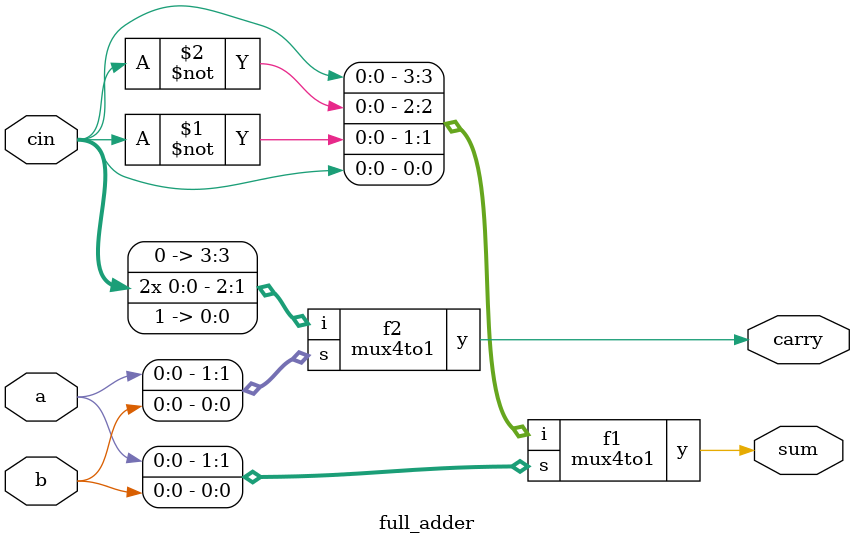
<source format=v>
module mux4to1(i,s,y);
input [0:3]i;
input [0:1]s;
output reg y;

always@(*)
case(s)
2'b00: y<=i[0];
2'b01: y<=i[1];
2'b10: y<=i[2];
2'b11: y<=i[3];
endcase
endmodule

module full_adder(a,b,cin,sum,carry);
input a,b,cin;
output sum,carry;

mux4to1 f1({cin,~cin,~cin,cin},{a,b},sum);
mux4to1 f2({1'b0,cin,cin,1'b1},{a,b},carry);
endmodule


</source>
